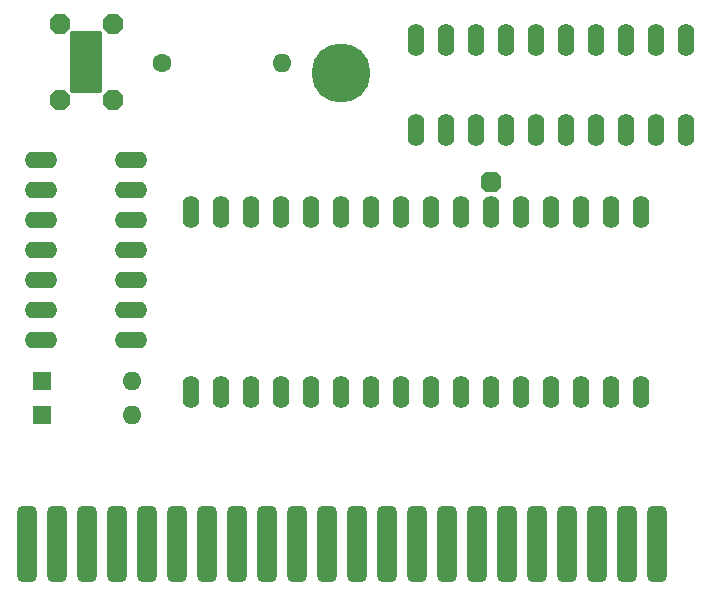
<source format=gts>
G04 #@! TF.GenerationSoftware,KiCad,Pcbnew,(6.0.5)*
G04 #@! TF.CreationDate,2022-12-14T22:57:53+01:00*
G04 #@! TF.ProjectId,MDCC_512k,4d444343-5f35-4313-926b-2e6b69636164,C*
G04 #@! TF.SameCoordinates,Original*
G04 #@! TF.FileFunction,Soldermask,Top*
G04 #@! TF.FilePolarity,Negative*
%FSLAX46Y46*%
G04 Gerber Fmt 4.6, Leading zero omitted, Abs format (unit mm)*
G04 Created by KiCad (PCBNEW (6.0.5)) date 2022-12-14 22:57:53*
%MOMM*%
%LPD*%
G01*
G04 APERTURE LIST*
G04 Aperture macros list*
%AMRoundRect*
0 Rectangle with rounded corners*
0 $1 Rounding radius*
0 $2 $3 $4 $5 $6 $7 $8 $9 X,Y pos of 4 corners*
0 Add a 4 corners polygon primitive as box body*
4,1,4,$2,$3,$4,$5,$6,$7,$8,$9,$2,$3,0*
0 Add four circle primitives for the rounded corners*
1,1,$1+$1,$2,$3*
1,1,$1+$1,$4,$5*
1,1,$1+$1,$6,$7*
1,1,$1+$1,$8,$9*
0 Add four rect primitives between the rounded corners*
20,1,$1+$1,$2,$3,$4,$5,0*
20,1,$1+$1,$4,$5,$6,$7,0*
20,1,$1+$1,$6,$7,$8,$9,0*
20,1,$1+$1,$8,$9,$2,$3,0*%
%AMFreePoly0*
4,1,17,0.435971,0.836021,0.836021,0.435971,0.850900,0.400050,0.850900,-0.400050,0.836021,-0.435971,0.435971,-0.836021,0.400050,-0.850900,-0.400050,-0.850900,-0.435971,-0.836021,-0.836021,-0.435971,-0.850900,-0.400050,-0.850900,0.400050,-0.836021,0.435971,-0.435971,0.836021,-0.400050,0.850900,0.400050,0.850900,0.435971,0.836021,0.435971,0.836021,$1*%
%AMFreePoly1*
4,1,17,0.416921,0.797921,0.797921,0.416921,0.812800,0.381000,0.812800,-0.381000,0.797921,-0.416921,0.416921,-0.797921,0.381000,-0.812800,-0.381000,-0.812800,-0.416921,-0.797921,-0.797921,-0.416921,-0.812800,-0.381000,-0.812800,0.381000,-0.797921,0.416921,-0.416921,0.797921,-0.381000,0.812800,0.381000,0.812800,0.416921,0.797921,0.416921,0.797921,$1*%
G04 Aperture macros list end*
%ADD10O,1.422400X2.743200*%
%ADD11C,5.000000*%
%ADD12RoundRect,0.431800X-0.381000X-2.794000X0.381000X-2.794000X0.381000X2.794000X-0.381000X2.794000X0*%
%ADD13R,1.600000X1.600000*%
%ADD14O,1.600000X1.600000*%
%ADD15RoundRect,0.050800X-1.270000X-2.540000X1.270000X-2.540000X1.270000X2.540000X-1.270000X2.540000X0*%
%ADD16O,2.743200X1.422400*%
%ADD17C,1.600000*%
%ADD18FreePoly0,0.000000*%
%ADD19FreePoly1,270.000000*%
G04 APERTURE END LIST*
D10*
X135801100Y-112993600D03*
X138341100Y-112993600D03*
X140881100Y-112993600D03*
X143421100Y-112993600D03*
X145961100Y-112993600D03*
X148501100Y-112993600D03*
X151041100Y-112993600D03*
X153581100Y-112993600D03*
X156121100Y-112993600D03*
X158661100Y-112993600D03*
X161201100Y-112993600D03*
X163741100Y-112993600D03*
X166281100Y-112993600D03*
X168821100Y-112993600D03*
X171361100Y-112993600D03*
X173901100Y-112993600D03*
X173901100Y-97753600D03*
X171361100Y-97753600D03*
X168821100Y-97753600D03*
X166281100Y-97753600D03*
X163741100Y-97753600D03*
X161201100Y-97753600D03*
X158661100Y-97753600D03*
X156121100Y-97753600D03*
X153581100Y-97753600D03*
X151041100Y-97753600D03*
X148501100Y-97753600D03*
X145961100Y-97753600D03*
X143421100Y-97753600D03*
X140881100Y-97753600D03*
X138341100Y-97753600D03*
X135801100Y-97753600D03*
D11*
X148501100Y-86003600D03*
D12*
X121841100Y-125828600D03*
X124381100Y-125828600D03*
X126921100Y-125828600D03*
X129461100Y-125828600D03*
X132001100Y-125828600D03*
X134541100Y-125828600D03*
X137081100Y-125828600D03*
X139621100Y-125828600D03*
X142161100Y-125828600D03*
X144701100Y-125828600D03*
X147241100Y-125828600D03*
X149781100Y-125828600D03*
X152321100Y-125828600D03*
X154861100Y-125828600D03*
X157401100Y-125828600D03*
X159941100Y-125828600D03*
X162481100Y-125828600D03*
X165021100Y-125828600D03*
X167561100Y-125828600D03*
X170101100Y-125828600D03*
X172641100Y-125828600D03*
X175181100Y-125828600D03*
D13*
X123190000Y-114935000D03*
D14*
X130810000Y-114935000D03*
D13*
X123190000Y-112020000D03*
D14*
X130810000Y-112020000D03*
D15*
X126911100Y-85053600D03*
D16*
X123101100Y-93345000D03*
X123101100Y-95885000D03*
X123101100Y-98425000D03*
X123101100Y-100965000D03*
X123101100Y-103505000D03*
X123101100Y-106045000D03*
X123101100Y-108585000D03*
X130721100Y-108585000D03*
X130721100Y-106045000D03*
X130721100Y-103505000D03*
X130721100Y-100965000D03*
X130721100Y-98425000D03*
X130721100Y-95885000D03*
X130721100Y-93345000D03*
D17*
X133350000Y-85090000D03*
D14*
X143510000Y-85090000D03*
D18*
X161201100Y-95213600D03*
D10*
X154851100Y-90768600D03*
X157391100Y-90768600D03*
X159931100Y-90768600D03*
X162471100Y-90768600D03*
X165011100Y-90768600D03*
X167551100Y-90768600D03*
X170091100Y-90768600D03*
X172631100Y-90768600D03*
X175171100Y-90768600D03*
X177711100Y-90768600D03*
X177711100Y-83148600D03*
X175171100Y-83148600D03*
X172631100Y-83148600D03*
X170091100Y-83148600D03*
X167551100Y-83148600D03*
X165011100Y-83148600D03*
X162471100Y-83148600D03*
X159931100Y-83148600D03*
X157391100Y-83148600D03*
X154851100Y-83148600D03*
D19*
X129161100Y-81803600D03*
X129161100Y-88303600D03*
X124661100Y-81803600D03*
X124661100Y-88303600D03*
M02*

</source>
